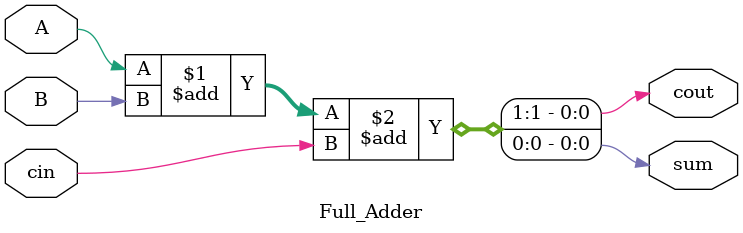
<source format=v>
`timescale 1ns / 1ps


module Full_Adder(
    input A, B, cin,
    output sum, cout
    );
    
    assign {cout, sum} = A + B + cin;
    
endmodule

</source>
